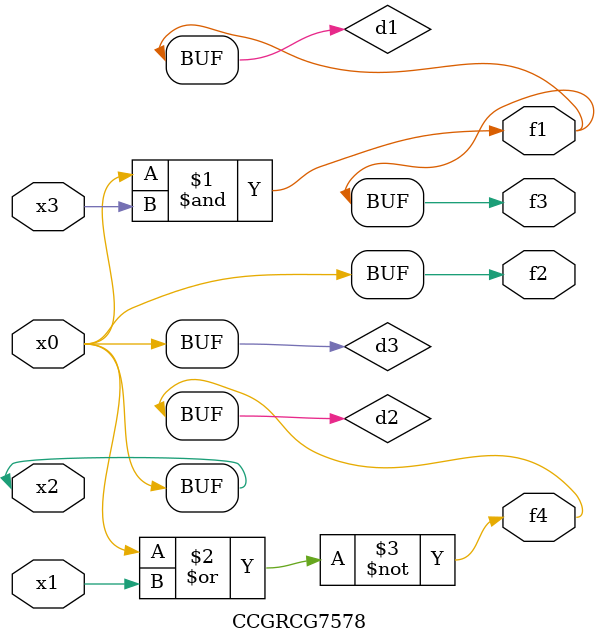
<source format=v>
module CCGRCG7578(
	input x0, x1, x2, x3,
	output f1, f2, f3, f4
);

	wire d1, d2, d3;

	and (d1, x2, x3);
	nor (d2, x0, x1);
	buf (d3, x0, x2);
	assign f1 = d1;
	assign f2 = d3;
	assign f3 = d1;
	assign f4 = d2;
endmodule

</source>
